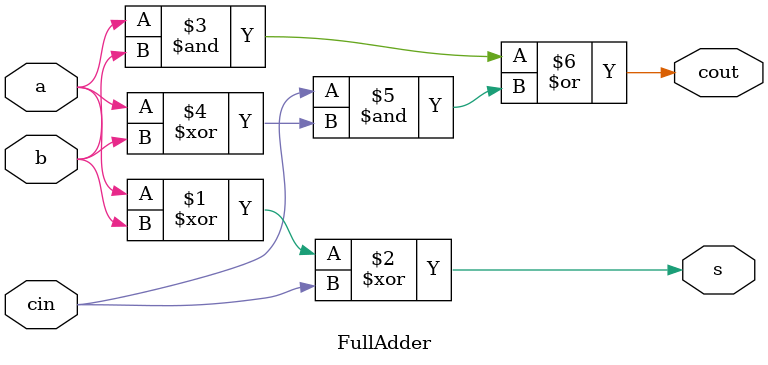
<source format=sv>
module FullAdder(a, b, cin, s, cout);
	input a, b, cin;
	output s, cout;
	assign s = a ^ b ^ cin;
	assign cout = a & b | cin & (a ^ b);
endmodule // FullAdder
</source>
